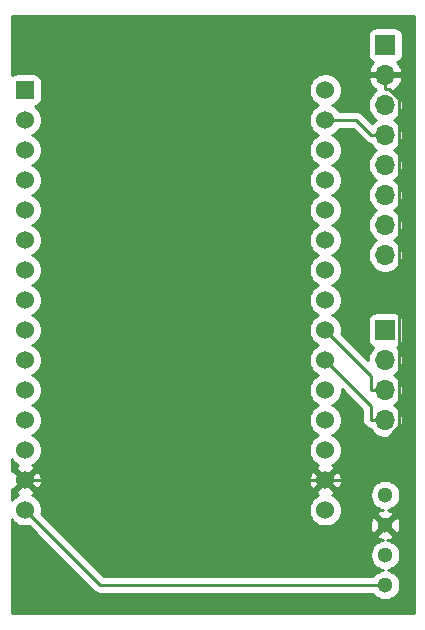
<source format=gbr>
%TF.GenerationSoftware,KiCad,Pcbnew,(5.1.10)-1*%
%TF.CreationDate,2021-10-27T11:28:51+02:00*%
%TF.ProjectId,airQualityV2,61697251-7561-46c6-9974-7956322e6b69,rev?*%
%TF.SameCoordinates,Original*%
%TF.FileFunction,Copper,L2,Bot*%
%TF.FilePolarity,Positive*%
%FSLAX46Y46*%
G04 Gerber Fmt 4.6, Leading zero omitted, Abs format (unit mm)*
G04 Created by KiCad (PCBNEW (5.1.10)-1) date 2021-10-27 11:28:51*
%MOMM*%
%LPD*%
G01*
G04 APERTURE LIST*
%TA.AperFunction,ComponentPad*%
%ADD10C,1.524000*%
%TD*%
%TA.AperFunction,ComponentPad*%
%ADD11R,1.524000X1.524000*%
%TD*%
%TA.AperFunction,ComponentPad*%
%ADD12C,1.300000*%
%TD*%
%TA.AperFunction,ComponentPad*%
%ADD13O,1.700000X1.700000*%
%TD*%
%TA.AperFunction,ComponentPad*%
%ADD14R,1.700000X1.700000*%
%TD*%
%TA.AperFunction,Conductor*%
%ADD15C,0.250000*%
%TD*%
%TA.AperFunction,Conductor*%
%ADD16C,0.254000*%
%TD*%
%TA.AperFunction,Conductor*%
%ADD17C,0.100000*%
%TD*%
G04 APERTURE END LIST*
D10*
%TO.P,U1,30*%
%TO.N,Net-(U1-Pad30)*%
X167640000Y-80010000D03*
%TO.P,U1,29*%
%TO.N,scl*%
X167640000Y-82550000D03*
%TO.P,U1,28*%
%TO.N,Net-(U1-Pad28)*%
X167640000Y-85090000D03*
%TO.P,U1,27*%
%TO.N,Net-(U1-Pad27)*%
X167640000Y-87630000D03*
%TO.P,U1,26*%
%TO.N,sda*%
X167640000Y-90170000D03*
%TO.P,U1,25*%
%TO.N,Net-(U1-Pad25)*%
X167640000Y-92710000D03*
%TO.P,U1,24*%
%TO.N,Net-(U1-Pad24)*%
X167640000Y-95250000D03*
%TO.P,U1,23*%
%TO.N,Net-(U1-Pad23)*%
X167640000Y-97790000D03*
%TO.P,U1,22*%
%TO.N,Net-(J1-Pad3)*%
X167640000Y-100330000D03*
%TO.P,U1,21*%
%TO.N,Net-(J1-Pad4)*%
X167640000Y-102870000D03*
%TO.P,U1,20*%
%TO.N,Net-(U1-Pad20)*%
X167640000Y-105410000D03*
%TO.P,U1,19*%
%TO.N,Net-(U1-Pad19)*%
X167640000Y-107950000D03*
%TO.P,U1,18*%
%TO.N,Net-(U1-Pad18)*%
X167640000Y-110490000D03*
%TO.P,U1,17*%
%TO.N,GND*%
X167640000Y-113030000D03*
%TO.P,U1,16*%
%TO.N,+3V3*%
X167640000Y-115570000D03*
%TO.P,U1,15*%
%TO.N,+5V*%
X142240000Y-115570000D03*
%TO.P,U1,14*%
%TO.N,GND*%
X142240000Y-113030000D03*
%TO.P,U1,13*%
%TO.N,Net-(U1-Pad13)*%
X142240000Y-110490000D03*
%TO.P,U1,12*%
%TO.N,Net-(U1-Pad12)*%
X142240000Y-107950000D03*
%TO.P,U1,11*%
%TO.N,Net-(U1-Pad11)*%
X142240000Y-105410000D03*
%TO.P,U1,10*%
%TO.N,Net-(U1-Pad10)*%
X142240000Y-102870000D03*
%TO.P,U1,9*%
%TO.N,Net-(U1-Pad9)*%
X142240000Y-100330000D03*
%TO.P,U1,8*%
%TO.N,Net-(U1-Pad8)*%
X142240000Y-97790000D03*
%TO.P,U1,7*%
%TO.N,Net-(U1-Pad7)*%
X142240000Y-95250000D03*
%TO.P,U1,6*%
%TO.N,Net-(U1-Pad6)*%
X142240000Y-92710000D03*
%TO.P,U1,5*%
%TO.N,Net-(U1-Pad5)*%
X142240000Y-90170000D03*
%TO.P,U1,4*%
%TO.N,Net-(U1-Pad4)*%
X142240000Y-87630000D03*
%TO.P,U1,3*%
%TO.N,Net-(U1-Pad3)*%
X142240000Y-85090000D03*
%TO.P,U1,2*%
%TO.N,Net-(U1-Pad2)*%
X142240000Y-82550000D03*
D11*
%TO.P,U1,1*%
%TO.N,Net-(U1-Pad1)*%
X142240000Y-80010000D03*
%TD*%
D12*
%TO.P,RH1,4*%
%TO.N,scl*%
X172720000Y-114300000D03*
%TO.P,RH1,3*%
%TO.N,GND*%
X172720000Y-116840000D03*
%TO.P,RH1,2*%
%TO.N,sda*%
X172720000Y-119380000D03*
%TO.P,RH1,1*%
%TO.N,+5V*%
X172720000Y-121920000D03*
%TD*%
D13*
%TO.P,J2,8*%
%TO.N,Net-(J2-Pad8)*%
X172720000Y-93980000D03*
%TO.P,J2,7*%
%TO.N,Net-(J2-Pad7)*%
X172720000Y-91440000D03*
%TO.P,J2,6*%
%TO.N,Net-(J2-Pad6)*%
X172720000Y-88900000D03*
%TO.P,J2,5*%
%TO.N,Net-(J2-Pad5)*%
X172720000Y-86360000D03*
%TO.P,J2,4*%
%TO.N,scl*%
X172720000Y-83820000D03*
%TO.P,J2,3*%
%TO.N,sda*%
X172720000Y-81280000D03*
%TO.P,J2,2*%
%TO.N,GND*%
X172720000Y-78740000D03*
D14*
%TO.P,J2,1*%
%TO.N,+3V3*%
X172720000Y-76200000D03*
%TD*%
D13*
%TO.P,J1,4*%
%TO.N,Net-(J1-Pad4)*%
X172720000Y-107950000D03*
%TO.P,J1,3*%
%TO.N,Net-(J1-Pad3)*%
X172720000Y-105410000D03*
%TO.P,J1,2*%
%TO.N,Net-(J1-Pad2)*%
X172720000Y-102870000D03*
D14*
%TO.P,J1,1*%
%TO.N,Net-(J1-Pad1)*%
X172720000Y-100330000D03*
%TD*%
D15*
%TO.N,Net-(J1-Pad4)*%
X172720000Y-107950000D02*
X171544700Y-107950000D01*
X171544700Y-107950000D02*
X171544700Y-106774700D01*
X171544700Y-106774700D02*
X167640000Y-102870000D01*
%TO.N,Net-(J1-Pad3)*%
X172720000Y-105410000D02*
X171544700Y-105410000D01*
X171544700Y-105410000D02*
X171544700Y-104234700D01*
X171544700Y-104234700D02*
X167640000Y-100330000D01*
%TO.N,scl*%
X172720000Y-83820000D02*
X171544700Y-83820000D01*
X171544700Y-83820000D02*
X170274700Y-82550000D01*
X170274700Y-82550000D02*
X167640000Y-82550000D01*
%TO.N,GND*%
X169380400Y-113030000D02*
X167640000Y-113030000D01*
X172720000Y-79915300D02*
X173087300Y-79915300D01*
X173087300Y-79915300D02*
X173919700Y-80747700D01*
X173919700Y-80747700D02*
X173919700Y-108490700D01*
X173919700Y-108490700D02*
X169380400Y-113030000D01*
X172720000Y-116840000D02*
X169380400Y-113500400D01*
X169380400Y-113500400D02*
X169380400Y-113030000D01*
X172720000Y-78740000D02*
X172720000Y-79915300D01*
X142240000Y-113030000D02*
X167640000Y-113030000D01*
%TO.N,+5V*%
X172720000Y-121920000D02*
X148590000Y-121920000D01*
X148590000Y-121920000D02*
X142240000Y-115570000D01*
%TD*%
D16*
%TO.N,GND*%
X175133000Y-124333000D02*
X141097000Y-124333000D01*
X141097000Y-116373912D01*
X141154880Y-116460535D01*
X141349465Y-116655120D01*
X141578273Y-116808005D01*
X141832510Y-116913314D01*
X142102408Y-116967000D01*
X142377592Y-116967000D01*
X142531571Y-116936372D01*
X148026201Y-122431003D01*
X148049999Y-122460001D01*
X148078997Y-122483799D01*
X148165723Y-122554974D01*
X148297753Y-122625546D01*
X148441014Y-122669003D01*
X148552667Y-122680000D01*
X148552676Y-122680000D01*
X148589999Y-122683676D01*
X148627322Y-122680000D01*
X171682359Y-122680000D01*
X171721875Y-122739140D01*
X171900860Y-122918125D01*
X172111324Y-123058753D01*
X172345179Y-123155619D01*
X172593439Y-123205000D01*
X172846561Y-123205000D01*
X173094821Y-123155619D01*
X173328676Y-123058753D01*
X173539140Y-122918125D01*
X173718125Y-122739140D01*
X173858753Y-122528676D01*
X173955619Y-122294821D01*
X174005000Y-122046561D01*
X174005000Y-121793439D01*
X173955619Y-121545179D01*
X173858753Y-121311324D01*
X173718125Y-121100860D01*
X173539140Y-120921875D01*
X173328676Y-120781247D01*
X173094821Y-120684381D01*
X172921973Y-120650000D01*
X173094821Y-120615619D01*
X173328676Y-120518753D01*
X173539140Y-120378125D01*
X173718125Y-120199140D01*
X173858753Y-119988676D01*
X173955619Y-119754821D01*
X174005000Y-119506561D01*
X174005000Y-119253439D01*
X173955619Y-119005179D01*
X173858753Y-118771324D01*
X173718125Y-118560860D01*
X173539140Y-118381875D01*
X173328676Y-118241247D01*
X173094821Y-118144381D01*
X172919256Y-118109460D01*
X173046449Y-118089270D01*
X173283896Y-118001578D01*
X173372534Y-117954201D01*
X173425922Y-117725527D01*
X172720000Y-117019605D01*
X172014078Y-117725527D01*
X172067466Y-117954201D01*
X172297374Y-118060095D01*
X172511211Y-118111356D01*
X172345179Y-118144381D01*
X172111324Y-118241247D01*
X171900860Y-118381875D01*
X171721875Y-118560860D01*
X171581247Y-118771324D01*
X171484381Y-119005179D01*
X171435000Y-119253439D01*
X171435000Y-119506561D01*
X171484381Y-119754821D01*
X171581247Y-119988676D01*
X171721875Y-120199140D01*
X171900860Y-120378125D01*
X172111324Y-120518753D01*
X172345179Y-120615619D01*
X172518027Y-120650000D01*
X172345179Y-120684381D01*
X172111324Y-120781247D01*
X171900860Y-120921875D01*
X171721875Y-121100860D01*
X171682359Y-121160000D01*
X148904802Y-121160000D01*
X143606372Y-115861571D01*
X143637000Y-115707592D01*
X143637000Y-115432408D01*
X166243000Y-115432408D01*
X166243000Y-115707592D01*
X166296686Y-115977490D01*
X166401995Y-116231727D01*
X166554880Y-116460535D01*
X166749465Y-116655120D01*
X166978273Y-116808005D01*
X167232510Y-116913314D01*
X167502408Y-116967000D01*
X167777592Y-116967000D01*
X168031699Y-116916455D01*
X171431048Y-116916455D01*
X171470730Y-117166449D01*
X171558422Y-117403896D01*
X171605799Y-117492534D01*
X171834473Y-117545922D01*
X172540395Y-116840000D01*
X172899605Y-116840000D01*
X173605527Y-117545922D01*
X173834201Y-117492534D01*
X173940095Y-117262626D01*
X173999102Y-117016476D01*
X174008952Y-116763545D01*
X173969270Y-116513551D01*
X173881578Y-116276104D01*
X173834201Y-116187466D01*
X173605527Y-116134078D01*
X172899605Y-116840000D01*
X172540395Y-116840000D01*
X171834473Y-116134078D01*
X171605799Y-116187466D01*
X171499905Y-116417374D01*
X171440898Y-116663524D01*
X171431048Y-116916455D01*
X168031699Y-116916455D01*
X168047490Y-116913314D01*
X168301727Y-116808005D01*
X168530535Y-116655120D01*
X168725120Y-116460535D01*
X168878005Y-116231727D01*
X168983314Y-115977490D01*
X169037000Y-115707592D01*
X169037000Y-115432408D01*
X168983314Y-115162510D01*
X168878005Y-114908273D01*
X168725120Y-114679465D01*
X168530535Y-114484880D01*
X168301727Y-114331995D01*
X168230057Y-114302308D01*
X168243023Y-114297636D01*
X168358980Y-114235656D01*
X168376337Y-114173439D01*
X171435000Y-114173439D01*
X171435000Y-114426561D01*
X171484381Y-114674821D01*
X171581247Y-114908676D01*
X171721875Y-115119140D01*
X171900860Y-115298125D01*
X172111324Y-115438753D01*
X172345179Y-115535619D01*
X172520744Y-115570540D01*
X172393551Y-115590730D01*
X172156104Y-115678422D01*
X172067466Y-115725799D01*
X172014078Y-115954473D01*
X172720000Y-116660395D01*
X173425922Y-115954473D01*
X173372534Y-115725799D01*
X173142626Y-115619905D01*
X172928789Y-115568644D01*
X173094821Y-115535619D01*
X173328676Y-115438753D01*
X173539140Y-115298125D01*
X173718125Y-115119140D01*
X173858753Y-114908676D01*
X173955619Y-114674821D01*
X174005000Y-114426561D01*
X174005000Y-114173439D01*
X173955619Y-113925179D01*
X173858753Y-113691324D01*
X173718125Y-113480860D01*
X173539140Y-113301875D01*
X173328676Y-113161247D01*
X173094821Y-113064381D01*
X172846561Y-113015000D01*
X172593439Y-113015000D01*
X172345179Y-113064381D01*
X172111324Y-113161247D01*
X171900860Y-113301875D01*
X171721875Y-113480860D01*
X171581247Y-113691324D01*
X171484381Y-113925179D01*
X171435000Y-114173439D01*
X168376337Y-114173439D01*
X168425960Y-113995565D01*
X167640000Y-113209605D01*
X166854040Y-113995565D01*
X166921020Y-114235656D01*
X167056760Y-114299485D01*
X166978273Y-114331995D01*
X166749465Y-114484880D01*
X166554880Y-114679465D01*
X166401995Y-114908273D01*
X166296686Y-115162510D01*
X166243000Y-115432408D01*
X143637000Y-115432408D01*
X143583314Y-115162510D01*
X143478005Y-114908273D01*
X143325120Y-114679465D01*
X143130535Y-114484880D01*
X142901727Y-114331995D01*
X142830057Y-114302308D01*
X142843023Y-114297636D01*
X142958980Y-114235656D01*
X143025960Y-113995565D01*
X142240000Y-113209605D01*
X141454040Y-113995565D01*
X141521020Y-114235656D01*
X141656760Y-114299485D01*
X141578273Y-114331995D01*
X141349465Y-114484880D01*
X141154880Y-114679465D01*
X141097000Y-114766088D01*
X141097000Y-113766460D01*
X141274435Y-113815960D01*
X142060395Y-113030000D01*
X142419605Y-113030000D01*
X143205565Y-113815960D01*
X143445656Y-113748980D01*
X143562756Y-113499952D01*
X143629023Y-113232865D01*
X143635157Y-113102017D01*
X166238090Y-113102017D01*
X166279078Y-113374133D01*
X166372364Y-113633023D01*
X166434344Y-113748980D01*
X166674435Y-113815960D01*
X167460395Y-113030000D01*
X167819605Y-113030000D01*
X168605565Y-113815960D01*
X168845656Y-113748980D01*
X168962756Y-113499952D01*
X169029023Y-113232865D01*
X169041910Y-112957983D01*
X169000922Y-112685867D01*
X168907636Y-112426977D01*
X168845656Y-112311020D01*
X168605565Y-112244040D01*
X167819605Y-113030000D01*
X167460395Y-113030000D01*
X166674435Y-112244040D01*
X166434344Y-112311020D01*
X166317244Y-112560048D01*
X166250977Y-112827135D01*
X166238090Y-113102017D01*
X143635157Y-113102017D01*
X143641910Y-112957983D01*
X143600922Y-112685867D01*
X143507636Y-112426977D01*
X143445656Y-112311020D01*
X143205565Y-112244040D01*
X142419605Y-113030000D01*
X142060395Y-113030000D01*
X141274435Y-112244040D01*
X141097000Y-112293540D01*
X141097000Y-111293912D01*
X141154880Y-111380535D01*
X141349465Y-111575120D01*
X141578273Y-111728005D01*
X141649943Y-111757692D01*
X141636977Y-111762364D01*
X141521020Y-111824344D01*
X141454040Y-112064435D01*
X142240000Y-112850395D01*
X143025960Y-112064435D01*
X142958980Y-111824344D01*
X142823240Y-111760515D01*
X142901727Y-111728005D01*
X143130535Y-111575120D01*
X143325120Y-111380535D01*
X143478005Y-111151727D01*
X143583314Y-110897490D01*
X143637000Y-110627592D01*
X143637000Y-110352408D01*
X143583314Y-110082510D01*
X143478005Y-109828273D01*
X143325120Y-109599465D01*
X143130535Y-109404880D01*
X142901727Y-109251995D01*
X142824485Y-109220000D01*
X142901727Y-109188005D01*
X143130535Y-109035120D01*
X143325120Y-108840535D01*
X143478005Y-108611727D01*
X143583314Y-108357490D01*
X143637000Y-108087592D01*
X143637000Y-107812408D01*
X143583314Y-107542510D01*
X143478005Y-107288273D01*
X143325120Y-107059465D01*
X143130535Y-106864880D01*
X142901727Y-106711995D01*
X142824485Y-106680000D01*
X142901727Y-106648005D01*
X143130535Y-106495120D01*
X143325120Y-106300535D01*
X143478005Y-106071727D01*
X143583314Y-105817490D01*
X143637000Y-105547592D01*
X143637000Y-105272408D01*
X143583314Y-105002510D01*
X143478005Y-104748273D01*
X143325120Y-104519465D01*
X143130535Y-104324880D01*
X142901727Y-104171995D01*
X142824485Y-104140000D01*
X142901727Y-104108005D01*
X143130535Y-103955120D01*
X143325120Y-103760535D01*
X143478005Y-103531727D01*
X143583314Y-103277490D01*
X143637000Y-103007592D01*
X143637000Y-102732408D01*
X143583314Y-102462510D01*
X143478005Y-102208273D01*
X143325120Y-101979465D01*
X143130535Y-101784880D01*
X142901727Y-101631995D01*
X142824485Y-101600000D01*
X142901727Y-101568005D01*
X143130535Y-101415120D01*
X143325120Y-101220535D01*
X143478005Y-100991727D01*
X143583314Y-100737490D01*
X143637000Y-100467592D01*
X143637000Y-100192408D01*
X143583314Y-99922510D01*
X143478005Y-99668273D01*
X143325120Y-99439465D01*
X143130535Y-99244880D01*
X142901727Y-99091995D01*
X142824485Y-99060000D01*
X142901727Y-99028005D01*
X143130535Y-98875120D01*
X143325120Y-98680535D01*
X143478005Y-98451727D01*
X143583314Y-98197490D01*
X143637000Y-97927592D01*
X143637000Y-97652408D01*
X143583314Y-97382510D01*
X143478005Y-97128273D01*
X143325120Y-96899465D01*
X143130535Y-96704880D01*
X142901727Y-96551995D01*
X142824485Y-96520000D01*
X142901727Y-96488005D01*
X143130535Y-96335120D01*
X143325120Y-96140535D01*
X143478005Y-95911727D01*
X143583314Y-95657490D01*
X143637000Y-95387592D01*
X143637000Y-95112408D01*
X143583314Y-94842510D01*
X143478005Y-94588273D01*
X143325120Y-94359465D01*
X143130535Y-94164880D01*
X142901727Y-94011995D01*
X142824485Y-93980000D01*
X142901727Y-93948005D01*
X143130535Y-93795120D01*
X143325120Y-93600535D01*
X143478005Y-93371727D01*
X143583314Y-93117490D01*
X143637000Y-92847592D01*
X143637000Y-92572408D01*
X143583314Y-92302510D01*
X143478005Y-92048273D01*
X143325120Y-91819465D01*
X143130535Y-91624880D01*
X142901727Y-91471995D01*
X142824485Y-91440000D01*
X142901727Y-91408005D01*
X143130535Y-91255120D01*
X143325120Y-91060535D01*
X143478005Y-90831727D01*
X143583314Y-90577490D01*
X143637000Y-90307592D01*
X143637000Y-90032408D01*
X143583314Y-89762510D01*
X143478005Y-89508273D01*
X143325120Y-89279465D01*
X143130535Y-89084880D01*
X142901727Y-88931995D01*
X142824485Y-88900000D01*
X142901727Y-88868005D01*
X143130535Y-88715120D01*
X143325120Y-88520535D01*
X143478005Y-88291727D01*
X143583314Y-88037490D01*
X143637000Y-87767592D01*
X143637000Y-87492408D01*
X143583314Y-87222510D01*
X143478005Y-86968273D01*
X143325120Y-86739465D01*
X143130535Y-86544880D01*
X142901727Y-86391995D01*
X142824485Y-86360000D01*
X142901727Y-86328005D01*
X143130535Y-86175120D01*
X143325120Y-85980535D01*
X143478005Y-85751727D01*
X143583314Y-85497490D01*
X143637000Y-85227592D01*
X143637000Y-84952408D01*
X143583314Y-84682510D01*
X143478005Y-84428273D01*
X143325120Y-84199465D01*
X143130535Y-84004880D01*
X142901727Y-83851995D01*
X142824485Y-83820000D01*
X142901727Y-83788005D01*
X143130535Y-83635120D01*
X143325120Y-83440535D01*
X143478005Y-83211727D01*
X143583314Y-82957490D01*
X143637000Y-82687592D01*
X143637000Y-82412408D01*
X143583314Y-82142510D01*
X143478005Y-81888273D01*
X143325120Y-81659465D01*
X143130535Y-81464880D01*
X143042535Y-81406080D01*
X143126482Y-81397812D01*
X143246180Y-81361502D01*
X143356494Y-81302537D01*
X143453185Y-81223185D01*
X143532537Y-81126494D01*
X143591502Y-81016180D01*
X143627812Y-80896482D01*
X143640072Y-80772000D01*
X143640072Y-79872408D01*
X166243000Y-79872408D01*
X166243000Y-80147592D01*
X166296686Y-80417490D01*
X166401995Y-80671727D01*
X166554880Y-80900535D01*
X166749465Y-81095120D01*
X166978273Y-81248005D01*
X167055515Y-81280000D01*
X166978273Y-81311995D01*
X166749465Y-81464880D01*
X166554880Y-81659465D01*
X166401995Y-81888273D01*
X166296686Y-82142510D01*
X166243000Y-82412408D01*
X166243000Y-82687592D01*
X166296686Y-82957490D01*
X166401995Y-83211727D01*
X166554880Y-83440535D01*
X166749465Y-83635120D01*
X166978273Y-83788005D01*
X167055515Y-83820000D01*
X166978273Y-83851995D01*
X166749465Y-84004880D01*
X166554880Y-84199465D01*
X166401995Y-84428273D01*
X166296686Y-84682510D01*
X166243000Y-84952408D01*
X166243000Y-85227592D01*
X166296686Y-85497490D01*
X166401995Y-85751727D01*
X166554880Y-85980535D01*
X166749465Y-86175120D01*
X166978273Y-86328005D01*
X167055515Y-86360000D01*
X166978273Y-86391995D01*
X166749465Y-86544880D01*
X166554880Y-86739465D01*
X166401995Y-86968273D01*
X166296686Y-87222510D01*
X166243000Y-87492408D01*
X166243000Y-87767592D01*
X166296686Y-88037490D01*
X166401995Y-88291727D01*
X166554880Y-88520535D01*
X166749465Y-88715120D01*
X166978273Y-88868005D01*
X167055515Y-88900000D01*
X166978273Y-88931995D01*
X166749465Y-89084880D01*
X166554880Y-89279465D01*
X166401995Y-89508273D01*
X166296686Y-89762510D01*
X166243000Y-90032408D01*
X166243000Y-90307592D01*
X166296686Y-90577490D01*
X166401995Y-90831727D01*
X166554880Y-91060535D01*
X166749465Y-91255120D01*
X166978273Y-91408005D01*
X167055515Y-91440000D01*
X166978273Y-91471995D01*
X166749465Y-91624880D01*
X166554880Y-91819465D01*
X166401995Y-92048273D01*
X166296686Y-92302510D01*
X166243000Y-92572408D01*
X166243000Y-92847592D01*
X166296686Y-93117490D01*
X166401995Y-93371727D01*
X166554880Y-93600535D01*
X166749465Y-93795120D01*
X166978273Y-93948005D01*
X167055515Y-93980000D01*
X166978273Y-94011995D01*
X166749465Y-94164880D01*
X166554880Y-94359465D01*
X166401995Y-94588273D01*
X166296686Y-94842510D01*
X166243000Y-95112408D01*
X166243000Y-95387592D01*
X166296686Y-95657490D01*
X166401995Y-95911727D01*
X166554880Y-96140535D01*
X166749465Y-96335120D01*
X166978273Y-96488005D01*
X167055515Y-96520000D01*
X166978273Y-96551995D01*
X166749465Y-96704880D01*
X166554880Y-96899465D01*
X166401995Y-97128273D01*
X166296686Y-97382510D01*
X166243000Y-97652408D01*
X166243000Y-97927592D01*
X166296686Y-98197490D01*
X166401995Y-98451727D01*
X166554880Y-98680535D01*
X166749465Y-98875120D01*
X166978273Y-99028005D01*
X167055515Y-99060000D01*
X166978273Y-99091995D01*
X166749465Y-99244880D01*
X166554880Y-99439465D01*
X166401995Y-99668273D01*
X166296686Y-99922510D01*
X166243000Y-100192408D01*
X166243000Y-100467592D01*
X166296686Y-100737490D01*
X166401995Y-100991727D01*
X166554880Y-101220535D01*
X166749465Y-101415120D01*
X166978273Y-101568005D01*
X167055515Y-101600000D01*
X166978273Y-101631995D01*
X166749465Y-101784880D01*
X166554880Y-101979465D01*
X166401995Y-102208273D01*
X166296686Y-102462510D01*
X166243000Y-102732408D01*
X166243000Y-103007592D01*
X166296686Y-103277490D01*
X166401995Y-103531727D01*
X166554880Y-103760535D01*
X166749465Y-103955120D01*
X166978273Y-104108005D01*
X167055515Y-104140000D01*
X166978273Y-104171995D01*
X166749465Y-104324880D01*
X166554880Y-104519465D01*
X166401995Y-104748273D01*
X166296686Y-105002510D01*
X166243000Y-105272408D01*
X166243000Y-105547592D01*
X166296686Y-105817490D01*
X166401995Y-106071727D01*
X166554880Y-106300535D01*
X166749465Y-106495120D01*
X166978273Y-106648005D01*
X167055515Y-106680000D01*
X166978273Y-106711995D01*
X166749465Y-106864880D01*
X166554880Y-107059465D01*
X166401995Y-107288273D01*
X166296686Y-107542510D01*
X166243000Y-107812408D01*
X166243000Y-108087592D01*
X166296686Y-108357490D01*
X166401995Y-108611727D01*
X166554880Y-108840535D01*
X166749465Y-109035120D01*
X166978273Y-109188005D01*
X167055515Y-109220000D01*
X166978273Y-109251995D01*
X166749465Y-109404880D01*
X166554880Y-109599465D01*
X166401995Y-109828273D01*
X166296686Y-110082510D01*
X166243000Y-110352408D01*
X166243000Y-110627592D01*
X166296686Y-110897490D01*
X166401995Y-111151727D01*
X166554880Y-111380535D01*
X166749465Y-111575120D01*
X166978273Y-111728005D01*
X167049943Y-111757692D01*
X167036977Y-111762364D01*
X166921020Y-111824344D01*
X166854040Y-112064435D01*
X167640000Y-112850395D01*
X168425960Y-112064435D01*
X168358980Y-111824344D01*
X168223240Y-111760515D01*
X168301727Y-111728005D01*
X168530535Y-111575120D01*
X168725120Y-111380535D01*
X168878005Y-111151727D01*
X168983314Y-110897490D01*
X169037000Y-110627592D01*
X169037000Y-110352408D01*
X168983314Y-110082510D01*
X168878005Y-109828273D01*
X168725120Y-109599465D01*
X168530535Y-109404880D01*
X168301727Y-109251995D01*
X168224485Y-109220000D01*
X168301727Y-109188005D01*
X168530535Y-109035120D01*
X168725120Y-108840535D01*
X168878005Y-108611727D01*
X168983314Y-108357490D01*
X169037000Y-108087592D01*
X169037000Y-107812408D01*
X168983314Y-107542510D01*
X168878005Y-107288273D01*
X168725120Y-107059465D01*
X168530535Y-106864880D01*
X168301727Y-106711995D01*
X168224485Y-106680000D01*
X168301727Y-106648005D01*
X168530535Y-106495120D01*
X168725120Y-106300535D01*
X168878005Y-106071727D01*
X168983314Y-105817490D01*
X169037000Y-105547592D01*
X169037000Y-105341801D01*
X170784701Y-107089503D01*
X170784700Y-107912667D01*
X170781023Y-107950000D01*
X170795697Y-108098986D01*
X170839154Y-108242247D01*
X170909726Y-108374276D01*
X171004699Y-108490001D01*
X171120424Y-108584974D01*
X171252453Y-108655546D01*
X171395714Y-108699003D01*
X171437204Y-108703089D01*
X171566525Y-108896632D01*
X171773368Y-109103475D01*
X172016589Y-109265990D01*
X172286842Y-109377932D01*
X172573740Y-109435000D01*
X172866260Y-109435000D01*
X173153158Y-109377932D01*
X173423411Y-109265990D01*
X173666632Y-109103475D01*
X173873475Y-108896632D01*
X174035990Y-108653411D01*
X174147932Y-108383158D01*
X174205000Y-108096260D01*
X174205000Y-107803740D01*
X174147932Y-107516842D01*
X174035990Y-107246589D01*
X173873475Y-107003368D01*
X173666632Y-106796525D01*
X173492240Y-106680000D01*
X173666632Y-106563475D01*
X173873475Y-106356632D01*
X174035990Y-106113411D01*
X174147932Y-105843158D01*
X174205000Y-105556260D01*
X174205000Y-105263740D01*
X174147932Y-104976842D01*
X174035990Y-104706589D01*
X173873475Y-104463368D01*
X173666632Y-104256525D01*
X173492240Y-104140000D01*
X173666632Y-104023475D01*
X173873475Y-103816632D01*
X174035990Y-103573411D01*
X174147932Y-103303158D01*
X174205000Y-103016260D01*
X174205000Y-102723740D01*
X174147932Y-102436842D01*
X174035990Y-102166589D01*
X173873475Y-101923368D01*
X173741620Y-101791513D01*
X173814180Y-101769502D01*
X173924494Y-101710537D01*
X174021185Y-101631185D01*
X174100537Y-101534494D01*
X174159502Y-101424180D01*
X174195812Y-101304482D01*
X174208072Y-101180000D01*
X174208072Y-99480000D01*
X174195812Y-99355518D01*
X174159502Y-99235820D01*
X174100537Y-99125506D01*
X174021185Y-99028815D01*
X173924494Y-98949463D01*
X173814180Y-98890498D01*
X173694482Y-98854188D01*
X173570000Y-98841928D01*
X171870000Y-98841928D01*
X171745518Y-98854188D01*
X171625820Y-98890498D01*
X171515506Y-98949463D01*
X171418815Y-99028815D01*
X171339463Y-99125506D01*
X171280498Y-99235820D01*
X171244188Y-99355518D01*
X171231928Y-99480000D01*
X171231928Y-101180000D01*
X171244188Y-101304482D01*
X171280498Y-101424180D01*
X171339463Y-101534494D01*
X171418815Y-101631185D01*
X171515506Y-101710537D01*
X171625820Y-101769502D01*
X171698380Y-101791513D01*
X171566525Y-101923368D01*
X171404010Y-102166589D01*
X171292068Y-102436842D01*
X171235000Y-102723740D01*
X171235000Y-102850198D01*
X169006372Y-100621571D01*
X169037000Y-100467592D01*
X169037000Y-100192408D01*
X168983314Y-99922510D01*
X168878005Y-99668273D01*
X168725120Y-99439465D01*
X168530535Y-99244880D01*
X168301727Y-99091995D01*
X168224485Y-99060000D01*
X168301727Y-99028005D01*
X168530535Y-98875120D01*
X168725120Y-98680535D01*
X168878005Y-98451727D01*
X168983314Y-98197490D01*
X169037000Y-97927592D01*
X169037000Y-97652408D01*
X168983314Y-97382510D01*
X168878005Y-97128273D01*
X168725120Y-96899465D01*
X168530535Y-96704880D01*
X168301727Y-96551995D01*
X168224485Y-96520000D01*
X168301727Y-96488005D01*
X168530535Y-96335120D01*
X168725120Y-96140535D01*
X168878005Y-95911727D01*
X168983314Y-95657490D01*
X169037000Y-95387592D01*
X169037000Y-95112408D01*
X168983314Y-94842510D01*
X168878005Y-94588273D01*
X168725120Y-94359465D01*
X168530535Y-94164880D01*
X168301727Y-94011995D01*
X168224485Y-93980000D01*
X168301727Y-93948005D01*
X168530535Y-93795120D01*
X168725120Y-93600535D01*
X168878005Y-93371727D01*
X168983314Y-93117490D01*
X169037000Y-92847592D01*
X169037000Y-92572408D01*
X168983314Y-92302510D01*
X168878005Y-92048273D01*
X168725120Y-91819465D01*
X168530535Y-91624880D01*
X168301727Y-91471995D01*
X168224485Y-91440000D01*
X168301727Y-91408005D01*
X168530535Y-91255120D01*
X168725120Y-91060535D01*
X168878005Y-90831727D01*
X168983314Y-90577490D01*
X169037000Y-90307592D01*
X169037000Y-90032408D01*
X168983314Y-89762510D01*
X168878005Y-89508273D01*
X168725120Y-89279465D01*
X168530535Y-89084880D01*
X168301727Y-88931995D01*
X168224485Y-88900000D01*
X168301727Y-88868005D01*
X168530535Y-88715120D01*
X168725120Y-88520535D01*
X168878005Y-88291727D01*
X168983314Y-88037490D01*
X169037000Y-87767592D01*
X169037000Y-87492408D01*
X168983314Y-87222510D01*
X168878005Y-86968273D01*
X168725120Y-86739465D01*
X168530535Y-86544880D01*
X168301727Y-86391995D01*
X168224485Y-86360000D01*
X168301727Y-86328005D01*
X168530535Y-86175120D01*
X168725120Y-85980535D01*
X168878005Y-85751727D01*
X168983314Y-85497490D01*
X169037000Y-85227592D01*
X169037000Y-84952408D01*
X168983314Y-84682510D01*
X168878005Y-84428273D01*
X168725120Y-84199465D01*
X168530535Y-84004880D01*
X168301727Y-83851995D01*
X168224485Y-83820000D01*
X168301727Y-83788005D01*
X168530535Y-83635120D01*
X168725120Y-83440535D01*
X168812341Y-83310000D01*
X169959899Y-83310000D01*
X170980901Y-84331003D01*
X171004699Y-84360001D01*
X171120424Y-84454974D01*
X171252453Y-84525546D01*
X171395714Y-84569003D01*
X171437204Y-84573089D01*
X171566525Y-84766632D01*
X171773368Y-84973475D01*
X171947760Y-85090000D01*
X171773368Y-85206525D01*
X171566525Y-85413368D01*
X171404010Y-85656589D01*
X171292068Y-85926842D01*
X171235000Y-86213740D01*
X171235000Y-86506260D01*
X171292068Y-86793158D01*
X171404010Y-87063411D01*
X171566525Y-87306632D01*
X171773368Y-87513475D01*
X171947760Y-87630000D01*
X171773368Y-87746525D01*
X171566525Y-87953368D01*
X171404010Y-88196589D01*
X171292068Y-88466842D01*
X171235000Y-88753740D01*
X171235000Y-89046260D01*
X171292068Y-89333158D01*
X171404010Y-89603411D01*
X171566525Y-89846632D01*
X171773368Y-90053475D01*
X171947760Y-90170000D01*
X171773368Y-90286525D01*
X171566525Y-90493368D01*
X171404010Y-90736589D01*
X171292068Y-91006842D01*
X171235000Y-91293740D01*
X171235000Y-91586260D01*
X171292068Y-91873158D01*
X171404010Y-92143411D01*
X171566525Y-92386632D01*
X171773368Y-92593475D01*
X171947760Y-92710000D01*
X171773368Y-92826525D01*
X171566525Y-93033368D01*
X171404010Y-93276589D01*
X171292068Y-93546842D01*
X171235000Y-93833740D01*
X171235000Y-94126260D01*
X171292068Y-94413158D01*
X171404010Y-94683411D01*
X171566525Y-94926632D01*
X171773368Y-95133475D01*
X172016589Y-95295990D01*
X172286842Y-95407932D01*
X172573740Y-95465000D01*
X172866260Y-95465000D01*
X173153158Y-95407932D01*
X173423411Y-95295990D01*
X173666632Y-95133475D01*
X173873475Y-94926632D01*
X174035990Y-94683411D01*
X174147932Y-94413158D01*
X174205000Y-94126260D01*
X174205000Y-93833740D01*
X174147932Y-93546842D01*
X174035990Y-93276589D01*
X173873475Y-93033368D01*
X173666632Y-92826525D01*
X173492240Y-92710000D01*
X173666632Y-92593475D01*
X173873475Y-92386632D01*
X174035990Y-92143411D01*
X174147932Y-91873158D01*
X174205000Y-91586260D01*
X174205000Y-91293740D01*
X174147932Y-91006842D01*
X174035990Y-90736589D01*
X173873475Y-90493368D01*
X173666632Y-90286525D01*
X173492240Y-90170000D01*
X173666632Y-90053475D01*
X173873475Y-89846632D01*
X174035990Y-89603411D01*
X174147932Y-89333158D01*
X174205000Y-89046260D01*
X174205000Y-88753740D01*
X174147932Y-88466842D01*
X174035990Y-88196589D01*
X173873475Y-87953368D01*
X173666632Y-87746525D01*
X173492240Y-87630000D01*
X173666632Y-87513475D01*
X173873475Y-87306632D01*
X174035990Y-87063411D01*
X174147932Y-86793158D01*
X174205000Y-86506260D01*
X174205000Y-86213740D01*
X174147932Y-85926842D01*
X174035990Y-85656589D01*
X173873475Y-85413368D01*
X173666632Y-85206525D01*
X173492240Y-85090000D01*
X173666632Y-84973475D01*
X173873475Y-84766632D01*
X174035990Y-84523411D01*
X174147932Y-84253158D01*
X174205000Y-83966260D01*
X174205000Y-83673740D01*
X174147932Y-83386842D01*
X174035990Y-83116589D01*
X173873475Y-82873368D01*
X173666632Y-82666525D01*
X173492240Y-82550000D01*
X173666632Y-82433475D01*
X173873475Y-82226632D01*
X174035990Y-81983411D01*
X174147932Y-81713158D01*
X174205000Y-81426260D01*
X174205000Y-81133740D01*
X174147932Y-80846842D01*
X174035990Y-80576589D01*
X173873475Y-80333368D01*
X173666632Y-80126525D01*
X173484466Y-80004805D01*
X173601355Y-79935178D01*
X173817588Y-79740269D01*
X173991641Y-79506920D01*
X174116825Y-79244099D01*
X174161476Y-79096890D01*
X174040155Y-78867000D01*
X172847000Y-78867000D01*
X172847000Y-78887000D01*
X172593000Y-78887000D01*
X172593000Y-78867000D01*
X171399845Y-78867000D01*
X171278524Y-79096890D01*
X171323175Y-79244099D01*
X171448359Y-79506920D01*
X171622412Y-79740269D01*
X171838645Y-79935178D01*
X171955534Y-80004805D01*
X171773368Y-80126525D01*
X171566525Y-80333368D01*
X171404010Y-80576589D01*
X171292068Y-80846842D01*
X171235000Y-81133740D01*
X171235000Y-81426260D01*
X171292068Y-81713158D01*
X171404010Y-81983411D01*
X171566525Y-82226632D01*
X171773368Y-82433475D01*
X171947760Y-82550000D01*
X171773368Y-82666525D01*
X171619697Y-82820196D01*
X170838504Y-82039003D01*
X170814701Y-82009999D01*
X170698976Y-81915026D01*
X170566947Y-81844454D01*
X170423686Y-81800997D01*
X170312033Y-81790000D01*
X170312022Y-81790000D01*
X170274700Y-81786324D01*
X170237378Y-81790000D01*
X168812341Y-81790000D01*
X168725120Y-81659465D01*
X168530535Y-81464880D01*
X168301727Y-81311995D01*
X168224485Y-81280000D01*
X168301727Y-81248005D01*
X168530535Y-81095120D01*
X168725120Y-80900535D01*
X168878005Y-80671727D01*
X168983314Y-80417490D01*
X169037000Y-80147592D01*
X169037000Y-79872408D01*
X168983314Y-79602510D01*
X168878005Y-79348273D01*
X168725120Y-79119465D01*
X168530535Y-78924880D01*
X168301727Y-78771995D01*
X168047490Y-78666686D01*
X167777592Y-78613000D01*
X167502408Y-78613000D01*
X167232510Y-78666686D01*
X166978273Y-78771995D01*
X166749465Y-78924880D01*
X166554880Y-79119465D01*
X166401995Y-79348273D01*
X166296686Y-79602510D01*
X166243000Y-79872408D01*
X143640072Y-79872408D01*
X143640072Y-79248000D01*
X143627812Y-79123518D01*
X143591502Y-79003820D01*
X143532537Y-78893506D01*
X143453185Y-78796815D01*
X143356494Y-78717463D01*
X143246180Y-78658498D01*
X143126482Y-78622188D01*
X143002000Y-78609928D01*
X141478000Y-78609928D01*
X141353518Y-78622188D01*
X141233820Y-78658498D01*
X141123506Y-78717463D01*
X141097000Y-78739216D01*
X141097000Y-75350000D01*
X171231928Y-75350000D01*
X171231928Y-77050000D01*
X171244188Y-77174482D01*
X171280498Y-77294180D01*
X171339463Y-77404494D01*
X171418815Y-77501185D01*
X171515506Y-77580537D01*
X171625820Y-77639502D01*
X171706466Y-77663966D01*
X171622412Y-77739731D01*
X171448359Y-77973080D01*
X171323175Y-78235901D01*
X171278524Y-78383110D01*
X171399845Y-78613000D01*
X172593000Y-78613000D01*
X172593000Y-78593000D01*
X172847000Y-78593000D01*
X172847000Y-78613000D01*
X174040155Y-78613000D01*
X174161476Y-78383110D01*
X174116825Y-78235901D01*
X173991641Y-77973080D01*
X173817588Y-77739731D01*
X173733534Y-77663966D01*
X173814180Y-77639502D01*
X173924494Y-77580537D01*
X174021185Y-77501185D01*
X174100537Y-77404494D01*
X174159502Y-77294180D01*
X174195812Y-77174482D01*
X174208072Y-77050000D01*
X174208072Y-75350000D01*
X174195812Y-75225518D01*
X174159502Y-75105820D01*
X174100537Y-74995506D01*
X174021185Y-74898815D01*
X173924494Y-74819463D01*
X173814180Y-74760498D01*
X173694482Y-74724188D01*
X173570000Y-74711928D01*
X171870000Y-74711928D01*
X171745518Y-74724188D01*
X171625820Y-74760498D01*
X171515506Y-74819463D01*
X171418815Y-74898815D01*
X171339463Y-74995506D01*
X171280498Y-75105820D01*
X171244188Y-75225518D01*
X171231928Y-75350000D01*
X141097000Y-75350000D01*
X141097000Y-73787000D01*
X175133000Y-73787000D01*
X175133000Y-124333000D01*
%TA.AperFunction,Conductor*%
D17*
G36*
X175133000Y-124333000D02*
G01*
X141097000Y-124333000D01*
X141097000Y-116373912D01*
X141154880Y-116460535D01*
X141349465Y-116655120D01*
X141578273Y-116808005D01*
X141832510Y-116913314D01*
X142102408Y-116967000D01*
X142377592Y-116967000D01*
X142531571Y-116936372D01*
X148026201Y-122431003D01*
X148049999Y-122460001D01*
X148078997Y-122483799D01*
X148165723Y-122554974D01*
X148297753Y-122625546D01*
X148441014Y-122669003D01*
X148552667Y-122680000D01*
X148552676Y-122680000D01*
X148589999Y-122683676D01*
X148627322Y-122680000D01*
X171682359Y-122680000D01*
X171721875Y-122739140D01*
X171900860Y-122918125D01*
X172111324Y-123058753D01*
X172345179Y-123155619D01*
X172593439Y-123205000D01*
X172846561Y-123205000D01*
X173094821Y-123155619D01*
X173328676Y-123058753D01*
X173539140Y-122918125D01*
X173718125Y-122739140D01*
X173858753Y-122528676D01*
X173955619Y-122294821D01*
X174005000Y-122046561D01*
X174005000Y-121793439D01*
X173955619Y-121545179D01*
X173858753Y-121311324D01*
X173718125Y-121100860D01*
X173539140Y-120921875D01*
X173328676Y-120781247D01*
X173094821Y-120684381D01*
X172921973Y-120650000D01*
X173094821Y-120615619D01*
X173328676Y-120518753D01*
X173539140Y-120378125D01*
X173718125Y-120199140D01*
X173858753Y-119988676D01*
X173955619Y-119754821D01*
X174005000Y-119506561D01*
X174005000Y-119253439D01*
X173955619Y-119005179D01*
X173858753Y-118771324D01*
X173718125Y-118560860D01*
X173539140Y-118381875D01*
X173328676Y-118241247D01*
X173094821Y-118144381D01*
X172919256Y-118109460D01*
X173046449Y-118089270D01*
X173283896Y-118001578D01*
X173372534Y-117954201D01*
X173425922Y-117725527D01*
X172720000Y-117019605D01*
X172014078Y-117725527D01*
X172067466Y-117954201D01*
X172297374Y-118060095D01*
X172511211Y-118111356D01*
X172345179Y-118144381D01*
X172111324Y-118241247D01*
X171900860Y-118381875D01*
X171721875Y-118560860D01*
X171581247Y-118771324D01*
X171484381Y-119005179D01*
X171435000Y-119253439D01*
X171435000Y-119506561D01*
X171484381Y-119754821D01*
X171581247Y-119988676D01*
X171721875Y-120199140D01*
X171900860Y-120378125D01*
X172111324Y-120518753D01*
X172345179Y-120615619D01*
X172518027Y-120650000D01*
X172345179Y-120684381D01*
X172111324Y-120781247D01*
X171900860Y-120921875D01*
X171721875Y-121100860D01*
X171682359Y-121160000D01*
X148904802Y-121160000D01*
X143606372Y-115861571D01*
X143637000Y-115707592D01*
X143637000Y-115432408D01*
X166243000Y-115432408D01*
X166243000Y-115707592D01*
X166296686Y-115977490D01*
X166401995Y-116231727D01*
X166554880Y-116460535D01*
X166749465Y-116655120D01*
X166978273Y-116808005D01*
X167232510Y-116913314D01*
X167502408Y-116967000D01*
X167777592Y-116967000D01*
X168031699Y-116916455D01*
X171431048Y-116916455D01*
X171470730Y-117166449D01*
X171558422Y-117403896D01*
X171605799Y-117492534D01*
X171834473Y-117545922D01*
X172540395Y-116840000D01*
X172899605Y-116840000D01*
X173605527Y-117545922D01*
X173834201Y-117492534D01*
X173940095Y-117262626D01*
X173999102Y-117016476D01*
X174008952Y-116763545D01*
X173969270Y-116513551D01*
X173881578Y-116276104D01*
X173834201Y-116187466D01*
X173605527Y-116134078D01*
X172899605Y-116840000D01*
X172540395Y-116840000D01*
X171834473Y-116134078D01*
X171605799Y-116187466D01*
X171499905Y-116417374D01*
X171440898Y-116663524D01*
X171431048Y-116916455D01*
X168031699Y-116916455D01*
X168047490Y-116913314D01*
X168301727Y-116808005D01*
X168530535Y-116655120D01*
X168725120Y-116460535D01*
X168878005Y-116231727D01*
X168983314Y-115977490D01*
X169037000Y-115707592D01*
X169037000Y-115432408D01*
X168983314Y-115162510D01*
X168878005Y-114908273D01*
X168725120Y-114679465D01*
X168530535Y-114484880D01*
X168301727Y-114331995D01*
X168230057Y-114302308D01*
X168243023Y-114297636D01*
X168358980Y-114235656D01*
X168376337Y-114173439D01*
X171435000Y-114173439D01*
X171435000Y-114426561D01*
X171484381Y-114674821D01*
X171581247Y-114908676D01*
X171721875Y-115119140D01*
X171900860Y-115298125D01*
X172111324Y-115438753D01*
X172345179Y-115535619D01*
X172520744Y-115570540D01*
X172393551Y-115590730D01*
X172156104Y-115678422D01*
X172067466Y-115725799D01*
X172014078Y-115954473D01*
X172720000Y-116660395D01*
X173425922Y-115954473D01*
X173372534Y-115725799D01*
X173142626Y-115619905D01*
X172928789Y-115568644D01*
X173094821Y-115535619D01*
X173328676Y-115438753D01*
X173539140Y-115298125D01*
X173718125Y-115119140D01*
X173858753Y-114908676D01*
X173955619Y-114674821D01*
X174005000Y-114426561D01*
X174005000Y-114173439D01*
X173955619Y-113925179D01*
X173858753Y-113691324D01*
X173718125Y-113480860D01*
X173539140Y-113301875D01*
X173328676Y-113161247D01*
X173094821Y-113064381D01*
X172846561Y-113015000D01*
X172593439Y-113015000D01*
X172345179Y-113064381D01*
X172111324Y-113161247D01*
X171900860Y-113301875D01*
X171721875Y-113480860D01*
X171581247Y-113691324D01*
X171484381Y-113925179D01*
X171435000Y-114173439D01*
X168376337Y-114173439D01*
X168425960Y-113995565D01*
X167640000Y-113209605D01*
X166854040Y-113995565D01*
X166921020Y-114235656D01*
X167056760Y-114299485D01*
X166978273Y-114331995D01*
X166749465Y-114484880D01*
X166554880Y-114679465D01*
X166401995Y-114908273D01*
X166296686Y-115162510D01*
X166243000Y-115432408D01*
X143637000Y-115432408D01*
X143583314Y-115162510D01*
X143478005Y-114908273D01*
X143325120Y-114679465D01*
X143130535Y-114484880D01*
X142901727Y-114331995D01*
X142830057Y-114302308D01*
X142843023Y-114297636D01*
X142958980Y-114235656D01*
X143025960Y-113995565D01*
X142240000Y-113209605D01*
X141454040Y-113995565D01*
X141521020Y-114235656D01*
X141656760Y-114299485D01*
X141578273Y-114331995D01*
X141349465Y-114484880D01*
X141154880Y-114679465D01*
X141097000Y-114766088D01*
X141097000Y-113766460D01*
X141274435Y-113815960D01*
X142060395Y-113030000D01*
X142419605Y-113030000D01*
X143205565Y-113815960D01*
X143445656Y-113748980D01*
X143562756Y-113499952D01*
X143629023Y-113232865D01*
X143635157Y-113102017D01*
X166238090Y-113102017D01*
X166279078Y-113374133D01*
X166372364Y-113633023D01*
X166434344Y-113748980D01*
X166674435Y-113815960D01*
X167460395Y-113030000D01*
X167819605Y-113030000D01*
X168605565Y-113815960D01*
X168845656Y-113748980D01*
X168962756Y-113499952D01*
X169029023Y-113232865D01*
X169041910Y-112957983D01*
X169000922Y-112685867D01*
X168907636Y-112426977D01*
X168845656Y-112311020D01*
X168605565Y-112244040D01*
X167819605Y-113030000D01*
X167460395Y-113030000D01*
X166674435Y-112244040D01*
X166434344Y-112311020D01*
X166317244Y-112560048D01*
X166250977Y-112827135D01*
X166238090Y-113102017D01*
X143635157Y-113102017D01*
X143641910Y-112957983D01*
X143600922Y-112685867D01*
X143507636Y-112426977D01*
X143445656Y-112311020D01*
X143205565Y-112244040D01*
X142419605Y-113030000D01*
X142060395Y-113030000D01*
X141274435Y-112244040D01*
X141097000Y-112293540D01*
X141097000Y-111293912D01*
X141154880Y-111380535D01*
X141349465Y-111575120D01*
X141578273Y-111728005D01*
X141649943Y-111757692D01*
X141636977Y-111762364D01*
X141521020Y-111824344D01*
X141454040Y-112064435D01*
X142240000Y-112850395D01*
X143025960Y-112064435D01*
X142958980Y-111824344D01*
X142823240Y-111760515D01*
X142901727Y-111728005D01*
X143130535Y-111575120D01*
X143325120Y-111380535D01*
X143478005Y-111151727D01*
X143583314Y-110897490D01*
X143637000Y-110627592D01*
X143637000Y-110352408D01*
X143583314Y-110082510D01*
X143478005Y-109828273D01*
X143325120Y-109599465D01*
X143130535Y-109404880D01*
X142901727Y-109251995D01*
X142824485Y-109220000D01*
X142901727Y-109188005D01*
X143130535Y-109035120D01*
X143325120Y-108840535D01*
X143478005Y-108611727D01*
X143583314Y-108357490D01*
X143637000Y-108087592D01*
X143637000Y-107812408D01*
X143583314Y-107542510D01*
X143478005Y-107288273D01*
X143325120Y-107059465D01*
X143130535Y-106864880D01*
X142901727Y-106711995D01*
X142824485Y-106680000D01*
X142901727Y-106648005D01*
X143130535Y-106495120D01*
X143325120Y-106300535D01*
X143478005Y-106071727D01*
X143583314Y-105817490D01*
X143637000Y-105547592D01*
X143637000Y-105272408D01*
X143583314Y-105002510D01*
X143478005Y-104748273D01*
X143325120Y-104519465D01*
X143130535Y-104324880D01*
X142901727Y-104171995D01*
X142824485Y-104140000D01*
X142901727Y-104108005D01*
X143130535Y-103955120D01*
X143325120Y-103760535D01*
X143478005Y-103531727D01*
X143583314Y-103277490D01*
X143637000Y-103007592D01*
X143637000Y-102732408D01*
X143583314Y-102462510D01*
X143478005Y-102208273D01*
X143325120Y-101979465D01*
X143130535Y-101784880D01*
X142901727Y-101631995D01*
X142824485Y-101600000D01*
X142901727Y-101568005D01*
X143130535Y-101415120D01*
X143325120Y-101220535D01*
X143478005Y-100991727D01*
X143583314Y-100737490D01*
X143637000Y-100467592D01*
X143637000Y-100192408D01*
X143583314Y-99922510D01*
X143478005Y-99668273D01*
X143325120Y-99439465D01*
X143130535Y-99244880D01*
X142901727Y-99091995D01*
X142824485Y-99060000D01*
X142901727Y-99028005D01*
X143130535Y-98875120D01*
X143325120Y-98680535D01*
X143478005Y-98451727D01*
X143583314Y-98197490D01*
X143637000Y-97927592D01*
X143637000Y-97652408D01*
X143583314Y-97382510D01*
X143478005Y-97128273D01*
X143325120Y-96899465D01*
X143130535Y-96704880D01*
X142901727Y-96551995D01*
X142824485Y-96520000D01*
X142901727Y-96488005D01*
X143130535Y-96335120D01*
X143325120Y-96140535D01*
X143478005Y-95911727D01*
X143583314Y-95657490D01*
X143637000Y-95387592D01*
X143637000Y-95112408D01*
X143583314Y-94842510D01*
X143478005Y-94588273D01*
X143325120Y-94359465D01*
X143130535Y-94164880D01*
X142901727Y-94011995D01*
X142824485Y-93980000D01*
X142901727Y-93948005D01*
X143130535Y-93795120D01*
X143325120Y-93600535D01*
X143478005Y-93371727D01*
X143583314Y-93117490D01*
X143637000Y-92847592D01*
X143637000Y-92572408D01*
X143583314Y-92302510D01*
X143478005Y-92048273D01*
X143325120Y-91819465D01*
X143130535Y-91624880D01*
X142901727Y-91471995D01*
X142824485Y-91440000D01*
X142901727Y-91408005D01*
X143130535Y-91255120D01*
X143325120Y-91060535D01*
X143478005Y-90831727D01*
X143583314Y-90577490D01*
X143637000Y-90307592D01*
X143637000Y-90032408D01*
X143583314Y-89762510D01*
X143478005Y-89508273D01*
X143325120Y-89279465D01*
X143130535Y-89084880D01*
X142901727Y-88931995D01*
X142824485Y-88900000D01*
X142901727Y-88868005D01*
X143130535Y-88715120D01*
X143325120Y-88520535D01*
X143478005Y-88291727D01*
X143583314Y-88037490D01*
X143637000Y-87767592D01*
X143637000Y-87492408D01*
X143583314Y-87222510D01*
X143478005Y-86968273D01*
X143325120Y-86739465D01*
X143130535Y-86544880D01*
X142901727Y-86391995D01*
X142824485Y-86360000D01*
X142901727Y-86328005D01*
X143130535Y-86175120D01*
X143325120Y-85980535D01*
X143478005Y-85751727D01*
X143583314Y-85497490D01*
X143637000Y-85227592D01*
X143637000Y-84952408D01*
X143583314Y-84682510D01*
X143478005Y-84428273D01*
X143325120Y-84199465D01*
X143130535Y-84004880D01*
X142901727Y-83851995D01*
X142824485Y-83820000D01*
X142901727Y-83788005D01*
X143130535Y-83635120D01*
X143325120Y-83440535D01*
X143478005Y-83211727D01*
X143583314Y-82957490D01*
X143637000Y-82687592D01*
X143637000Y-82412408D01*
X143583314Y-82142510D01*
X143478005Y-81888273D01*
X143325120Y-81659465D01*
X143130535Y-81464880D01*
X143042535Y-81406080D01*
X143126482Y-81397812D01*
X143246180Y-81361502D01*
X143356494Y-81302537D01*
X143453185Y-81223185D01*
X143532537Y-81126494D01*
X143591502Y-81016180D01*
X143627812Y-80896482D01*
X143640072Y-80772000D01*
X143640072Y-79872408D01*
X166243000Y-79872408D01*
X166243000Y-80147592D01*
X166296686Y-80417490D01*
X166401995Y-80671727D01*
X166554880Y-80900535D01*
X166749465Y-81095120D01*
X166978273Y-81248005D01*
X167055515Y-81280000D01*
X166978273Y-81311995D01*
X166749465Y-81464880D01*
X166554880Y-81659465D01*
X166401995Y-81888273D01*
X166296686Y-82142510D01*
X166243000Y-82412408D01*
X166243000Y-82687592D01*
X166296686Y-82957490D01*
X166401995Y-83211727D01*
X166554880Y-83440535D01*
X166749465Y-83635120D01*
X166978273Y-83788005D01*
X167055515Y-83820000D01*
X166978273Y-83851995D01*
X166749465Y-84004880D01*
X166554880Y-84199465D01*
X166401995Y-84428273D01*
X166296686Y-84682510D01*
X166243000Y-84952408D01*
X166243000Y-85227592D01*
X166296686Y-85497490D01*
X166401995Y-85751727D01*
X166554880Y-85980535D01*
X166749465Y-86175120D01*
X166978273Y-86328005D01*
X167055515Y-86360000D01*
X166978273Y-86391995D01*
X166749465Y-86544880D01*
X166554880Y-86739465D01*
X166401995Y-86968273D01*
X166296686Y-87222510D01*
X166243000Y-87492408D01*
X166243000Y-87767592D01*
X166296686Y-88037490D01*
X166401995Y-88291727D01*
X166554880Y-88520535D01*
X166749465Y-88715120D01*
X166978273Y-88868005D01*
X167055515Y-88900000D01*
X166978273Y-88931995D01*
X166749465Y-89084880D01*
X166554880Y-89279465D01*
X166401995Y-89508273D01*
X166296686Y-89762510D01*
X166243000Y-90032408D01*
X166243000Y-90307592D01*
X166296686Y-90577490D01*
X166401995Y-90831727D01*
X166554880Y-91060535D01*
X166749465Y-91255120D01*
X166978273Y-91408005D01*
X167055515Y-91440000D01*
X166978273Y-91471995D01*
X166749465Y-91624880D01*
X166554880Y-91819465D01*
X166401995Y-92048273D01*
X166296686Y-92302510D01*
X166243000Y-92572408D01*
X166243000Y-92847592D01*
X166296686Y-93117490D01*
X166401995Y-93371727D01*
X166554880Y-93600535D01*
X166749465Y-93795120D01*
X166978273Y-93948005D01*
X167055515Y-93980000D01*
X166978273Y-94011995D01*
X166749465Y-94164880D01*
X166554880Y-94359465D01*
X166401995Y-94588273D01*
X166296686Y-94842510D01*
X166243000Y-95112408D01*
X166243000Y-95387592D01*
X166296686Y-95657490D01*
X166401995Y-95911727D01*
X166554880Y-96140535D01*
X166749465Y-96335120D01*
X166978273Y-96488005D01*
X167055515Y-96520000D01*
X166978273Y-96551995D01*
X166749465Y-96704880D01*
X166554880Y-96899465D01*
X166401995Y-97128273D01*
X166296686Y-97382510D01*
X166243000Y-97652408D01*
X166243000Y-97927592D01*
X166296686Y-98197490D01*
X166401995Y-98451727D01*
X166554880Y-98680535D01*
X166749465Y-98875120D01*
X166978273Y-99028005D01*
X167055515Y-99060000D01*
X166978273Y-99091995D01*
X166749465Y-99244880D01*
X166554880Y-99439465D01*
X166401995Y-99668273D01*
X166296686Y-99922510D01*
X166243000Y-100192408D01*
X166243000Y-100467592D01*
X166296686Y-100737490D01*
X166401995Y-100991727D01*
X166554880Y-101220535D01*
X166749465Y-101415120D01*
X166978273Y-101568005D01*
X167055515Y-101600000D01*
X166978273Y-101631995D01*
X166749465Y-101784880D01*
X166554880Y-101979465D01*
X166401995Y-102208273D01*
X166296686Y-102462510D01*
X166243000Y-102732408D01*
X166243000Y-103007592D01*
X166296686Y-103277490D01*
X166401995Y-103531727D01*
X166554880Y-103760535D01*
X166749465Y-103955120D01*
X166978273Y-104108005D01*
X167055515Y-104140000D01*
X166978273Y-104171995D01*
X166749465Y-104324880D01*
X166554880Y-104519465D01*
X166401995Y-104748273D01*
X166296686Y-105002510D01*
X166243000Y-105272408D01*
X166243000Y-105547592D01*
X166296686Y-105817490D01*
X166401995Y-106071727D01*
X166554880Y-106300535D01*
X166749465Y-106495120D01*
X166978273Y-106648005D01*
X167055515Y-106680000D01*
X166978273Y-106711995D01*
X166749465Y-106864880D01*
X166554880Y-107059465D01*
X166401995Y-107288273D01*
X166296686Y-107542510D01*
X166243000Y-107812408D01*
X166243000Y-108087592D01*
X166296686Y-108357490D01*
X166401995Y-108611727D01*
X166554880Y-108840535D01*
X166749465Y-109035120D01*
X166978273Y-109188005D01*
X167055515Y-109220000D01*
X166978273Y-109251995D01*
X166749465Y-109404880D01*
X166554880Y-109599465D01*
X166401995Y-109828273D01*
X166296686Y-110082510D01*
X166243000Y-110352408D01*
X166243000Y-110627592D01*
X166296686Y-110897490D01*
X166401995Y-111151727D01*
X166554880Y-111380535D01*
X166749465Y-111575120D01*
X166978273Y-111728005D01*
X167049943Y-111757692D01*
X167036977Y-111762364D01*
X166921020Y-111824344D01*
X166854040Y-112064435D01*
X167640000Y-112850395D01*
X168425960Y-112064435D01*
X168358980Y-111824344D01*
X168223240Y-111760515D01*
X168301727Y-111728005D01*
X168530535Y-111575120D01*
X168725120Y-111380535D01*
X168878005Y-111151727D01*
X168983314Y-110897490D01*
X169037000Y-110627592D01*
X169037000Y-110352408D01*
X168983314Y-110082510D01*
X168878005Y-109828273D01*
X168725120Y-109599465D01*
X168530535Y-109404880D01*
X168301727Y-109251995D01*
X168224485Y-109220000D01*
X168301727Y-109188005D01*
X168530535Y-109035120D01*
X168725120Y-108840535D01*
X168878005Y-108611727D01*
X168983314Y-108357490D01*
X169037000Y-108087592D01*
X169037000Y-107812408D01*
X168983314Y-107542510D01*
X168878005Y-107288273D01*
X168725120Y-107059465D01*
X168530535Y-106864880D01*
X168301727Y-106711995D01*
X168224485Y-106680000D01*
X168301727Y-106648005D01*
X168530535Y-106495120D01*
X168725120Y-106300535D01*
X168878005Y-106071727D01*
X168983314Y-105817490D01*
X169037000Y-105547592D01*
X169037000Y-105341801D01*
X170784701Y-107089503D01*
X170784700Y-107912667D01*
X170781023Y-107950000D01*
X170795697Y-108098986D01*
X170839154Y-108242247D01*
X170909726Y-108374276D01*
X171004699Y-108490001D01*
X171120424Y-108584974D01*
X171252453Y-108655546D01*
X171395714Y-108699003D01*
X171437204Y-108703089D01*
X171566525Y-108896632D01*
X171773368Y-109103475D01*
X172016589Y-109265990D01*
X172286842Y-109377932D01*
X172573740Y-109435000D01*
X172866260Y-109435000D01*
X173153158Y-109377932D01*
X173423411Y-109265990D01*
X173666632Y-109103475D01*
X173873475Y-108896632D01*
X174035990Y-108653411D01*
X174147932Y-108383158D01*
X174205000Y-108096260D01*
X174205000Y-107803740D01*
X174147932Y-107516842D01*
X174035990Y-107246589D01*
X173873475Y-107003368D01*
X173666632Y-106796525D01*
X173492240Y-106680000D01*
X173666632Y-106563475D01*
X173873475Y-106356632D01*
X174035990Y-106113411D01*
X174147932Y-105843158D01*
X174205000Y-105556260D01*
X174205000Y-105263740D01*
X174147932Y-104976842D01*
X174035990Y-104706589D01*
X173873475Y-104463368D01*
X173666632Y-104256525D01*
X173492240Y-104140000D01*
X173666632Y-104023475D01*
X173873475Y-103816632D01*
X174035990Y-103573411D01*
X174147932Y-103303158D01*
X174205000Y-103016260D01*
X174205000Y-102723740D01*
X174147932Y-102436842D01*
X174035990Y-102166589D01*
X173873475Y-101923368D01*
X173741620Y-101791513D01*
X173814180Y-101769502D01*
X173924494Y-101710537D01*
X174021185Y-101631185D01*
X174100537Y-101534494D01*
X174159502Y-101424180D01*
X174195812Y-101304482D01*
X174208072Y-101180000D01*
X174208072Y-99480000D01*
X174195812Y-99355518D01*
X174159502Y-99235820D01*
X174100537Y-99125506D01*
X174021185Y-99028815D01*
X173924494Y-98949463D01*
X173814180Y-98890498D01*
X173694482Y-98854188D01*
X173570000Y-98841928D01*
X171870000Y-98841928D01*
X171745518Y-98854188D01*
X171625820Y-98890498D01*
X171515506Y-98949463D01*
X171418815Y-99028815D01*
X171339463Y-99125506D01*
X171280498Y-99235820D01*
X171244188Y-99355518D01*
X171231928Y-99480000D01*
X171231928Y-101180000D01*
X171244188Y-101304482D01*
X171280498Y-101424180D01*
X171339463Y-101534494D01*
X171418815Y-101631185D01*
X171515506Y-101710537D01*
X171625820Y-101769502D01*
X171698380Y-101791513D01*
X171566525Y-101923368D01*
X171404010Y-102166589D01*
X171292068Y-102436842D01*
X171235000Y-102723740D01*
X171235000Y-102850198D01*
X169006372Y-100621571D01*
X169037000Y-100467592D01*
X169037000Y-100192408D01*
X168983314Y-99922510D01*
X168878005Y-99668273D01*
X168725120Y-99439465D01*
X168530535Y-99244880D01*
X168301727Y-99091995D01*
X168224485Y-99060000D01*
X168301727Y-99028005D01*
X168530535Y-98875120D01*
X168725120Y-98680535D01*
X168878005Y-98451727D01*
X168983314Y-98197490D01*
X169037000Y-97927592D01*
X169037000Y-97652408D01*
X168983314Y-97382510D01*
X168878005Y-97128273D01*
X168725120Y-96899465D01*
X168530535Y-96704880D01*
X168301727Y-96551995D01*
X168224485Y-96520000D01*
X168301727Y-96488005D01*
X168530535Y-96335120D01*
X168725120Y-96140535D01*
X168878005Y-95911727D01*
X168983314Y-95657490D01*
X169037000Y-95387592D01*
X169037000Y-95112408D01*
X168983314Y-94842510D01*
X168878005Y-94588273D01*
X168725120Y-94359465D01*
X168530535Y-94164880D01*
X168301727Y-94011995D01*
X168224485Y-93980000D01*
X168301727Y-93948005D01*
X168530535Y-93795120D01*
X168725120Y-93600535D01*
X168878005Y-93371727D01*
X168983314Y-93117490D01*
X169037000Y-92847592D01*
X169037000Y-92572408D01*
X168983314Y-92302510D01*
X168878005Y-92048273D01*
X168725120Y-91819465D01*
X168530535Y-91624880D01*
X168301727Y-91471995D01*
X168224485Y-91440000D01*
X168301727Y-91408005D01*
X168530535Y-91255120D01*
X168725120Y-91060535D01*
X168878005Y-90831727D01*
X168983314Y-90577490D01*
X169037000Y-90307592D01*
X169037000Y-90032408D01*
X168983314Y-89762510D01*
X168878005Y-89508273D01*
X168725120Y-89279465D01*
X168530535Y-89084880D01*
X168301727Y-88931995D01*
X168224485Y-88900000D01*
X168301727Y-88868005D01*
X168530535Y-88715120D01*
X168725120Y-88520535D01*
X168878005Y-88291727D01*
X168983314Y-88037490D01*
X169037000Y-87767592D01*
X169037000Y-87492408D01*
X168983314Y-87222510D01*
X168878005Y-86968273D01*
X168725120Y-86739465D01*
X168530535Y-86544880D01*
X168301727Y-86391995D01*
X168224485Y-86360000D01*
X168301727Y-86328005D01*
X168530535Y-86175120D01*
X168725120Y-85980535D01*
X168878005Y-85751727D01*
X168983314Y-85497490D01*
X169037000Y-85227592D01*
X169037000Y-84952408D01*
X168983314Y-84682510D01*
X168878005Y-84428273D01*
X168725120Y-84199465D01*
X168530535Y-84004880D01*
X168301727Y-83851995D01*
X168224485Y-83820000D01*
X168301727Y-83788005D01*
X168530535Y-83635120D01*
X168725120Y-83440535D01*
X168812341Y-83310000D01*
X169959899Y-83310000D01*
X170980901Y-84331003D01*
X171004699Y-84360001D01*
X171120424Y-84454974D01*
X171252453Y-84525546D01*
X171395714Y-84569003D01*
X171437204Y-84573089D01*
X171566525Y-84766632D01*
X171773368Y-84973475D01*
X171947760Y-85090000D01*
X171773368Y-85206525D01*
X171566525Y-85413368D01*
X171404010Y-85656589D01*
X171292068Y-85926842D01*
X171235000Y-86213740D01*
X171235000Y-86506260D01*
X171292068Y-86793158D01*
X171404010Y-87063411D01*
X171566525Y-87306632D01*
X171773368Y-87513475D01*
X171947760Y-87630000D01*
X171773368Y-87746525D01*
X171566525Y-87953368D01*
X171404010Y-88196589D01*
X171292068Y-88466842D01*
X171235000Y-88753740D01*
X171235000Y-89046260D01*
X171292068Y-89333158D01*
X171404010Y-89603411D01*
X171566525Y-89846632D01*
X171773368Y-90053475D01*
X171947760Y-90170000D01*
X171773368Y-90286525D01*
X171566525Y-90493368D01*
X171404010Y-90736589D01*
X171292068Y-91006842D01*
X171235000Y-91293740D01*
X171235000Y-91586260D01*
X171292068Y-91873158D01*
X171404010Y-92143411D01*
X171566525Y-92386632D01*
X171773368Y-92593475D01*
X171947760Y-92710000D01*
X171773368Y-92826525D01*
X171566525Y-93033368D01*
X171404010Y-93276589D01*
X171292068Y-93546842D01*
X171235000Y-93833740D01*
X171235000Y-94126260D01*
X171292068Y-94413158D01*
X171404010Y-94683411D01*
X171566525Y-94926632D01*
X171773368Y-95133475D01*
X172016589Y-95295990D01*
X172286842Y-95407932D01*
X172573740Y-95465000D01*
X172866260Y-95465000D01*
X173153158Y-95407932D01*
X173423411Y-95295990D01*
X173666632Y-95133475D01*
X173873475Y-94926632D01*
X174035990Y-94683411D01*
X174147932Y-94413158D01*
X174205000Y-94126260D01*
X174205000Y-93833740D01*
X174147932Y-93546842D01*
X174035990Y-93276589D01*
X173873475Y-93033368D01*
X173666632Y-92826525D01*
X173492240Y-92710000D01*
X173666632Y-92593475D01*
X173873475Y-92386632D01*
X174035990Y-92143411D01*
X174147932Y-91873158D01*
X174205000Y-91586260D01*
X174205000Y-91293740D01*
X174147932Y-91006842D01*
X174035990Y-90736589D01*
X173873475Y-90493368D01*
X173666632Y-90286525D01*
X173492240Y-90170000D01*
X173666632Y-90053475D01*
X173873475Y-89846632D01*
X174035990Y-89603411D01*
X174147932Y-89333158D01*
X174205000Y-89046260D01*
X174205000Y-88753740D01*
X174147932Y-88466842D01*
X174035990Y-88196589D01*
X173873475Y-87953368D01*
X173666632Y-87746525D01*
X173492240Y-87630000D01*
X173666632Y-87513475D01*
X173873475Y-87306632D01*
X174035990Y-87063411D01*
X174147932Y-86793158D01*
X174205000Y-86506260D01*
X174205000Y-86213740D01*
X174147932Y-85926842D01*
X174035990Y-85656589D01*
X173873475Y-85413368D01*
X173666632Y-85206525D01*
X173492240Y-85090000D01*
X173666632Y-84973475D01*
X173873475Y-84766632D01*
X174035990Y-84523411D01*
X174147932Y-84253158D01*
X174205000Y-83966260D01*
X174205000Y-83673740D01*
X174147932Y-83386842D01*
X174035990Y-83116589D01*
X173873475Y-82873368D01*
X173666632Y-82666525D01*
X173492240Y-82550000D01*
X173666632Y-82433475D01*
X173873475Y-82226632D01*
X174035990Y-81983411D01*
X174147932Y-81713158D01*
X174205000Y-81426260D01*
X174205000Y-81133740D01*
X174147932Y-80846842D01*
X174035990Y-80576589D01*
X173873475Y-80333368D01*
X173666632Y-80126525D01*
X173484466Y-80004805D01*
X173601355Y-79935178D01*
X173817588Y-79740269D01*
X173991641Y-79506920D01*
X174116825Y-79244099D01*
X174161476Y-79096890D01*
X174040155Y-78867000D01*
X172847000Y-78867000D01*
X172847000Y-78887000D01*
X172593000Y-78887000D01*
X172593000Y-78867000D01*
X171399845Y-78867000D01*
X171278524Y-79096890D01*
X171323175Y-79244099D01*
X171448359Y-79506920D01*
X171622412Y-79740269D01*
X171838645Y-79935178D01*
X171955534Y-80004805D01*
X171773368Y-80126525D01*
X171566525Y-80333368D01*
X171404010Y-80576589D01*
X171292068Y-80846842D01*
X171235000Y-81133740D01*
X171235000Y-81426260D01*
X171292068Y-81713158D01*
X171404010Y-81983411D01*
X171566525Y-82226632D01*
X171773368Y-82433475D01*
X171947760Y-82550000D01*
X171773368Y-82666525D01*
X171619697Y-82820196D01*
X170838504Y-82039003D01*
X170814701Y-82009999D01*
X170698976Y-81915026D01*
X170566947Y-81844454D01*
X170423686Y-81800997D01*
X170312033Y-81790000D01*
X170312022Y-81790000D01*
X170274700Y-81786324D01*
X170237378Y-81790000D01*
X168812341Y-81790000D01*
X168725120Y-81659465D01*
X168530535Y-81464880D01*
X168301727Y-81311995D01*
X168224485Y-81280000D01*
X168301727Y-81248005D01*
X168530535Y-81095120D01*
X168725120Y-80900535D01*
X168878005Y-80671727D01*
X168983314Y-80417490D01*
X169037000Y-80147592D01*
X169037000Y-79872408D01*
X168983314Y-79602510D01*
X168878005Y-79348273D01*
X168725120Y-79119465D01*
X168530535Y-78924880D01*
X168301727Y-78771995D01*
X168047490Y-78666686D01*
X167777592Y-78613000D01*
X167502408Y-78613000D01*
X167232510Y-78666686D01*
X166978273Y-78771995D01*
X166749465Y-78924880D01*
X166554880Y-79119465D01*
X166401995Y-79348273D01*
X166296686Y-79602510D01*
X166243000Y-79872408D01*
X143640072Y-79872408D01*
X143640072Y-79248000D01*
X143627812Y-79123518D01*
X143591502Y-79003820D01*
X143532537Y-78893506D01*
X143453185Y-78796815D01*
X143356494Y-78717463D01*
X143246180Y-78658498D01*
X143126482Y-78622188D01*
X143002000Y-78609928D01*
X141478000Y-78609928D01*
X141353518Y-78622188D01*
X141233820Y-78658498D01*
X141123506Y-78717463D01*
X141097000Y-78739216D01*
X141097000Y-75350000D01*
X171231928Y-75350000D01*
X171231928Y-77050000D01*
X171244188Y-77174482D01*
X171280498Y-77294180D01*
X171339463Y-77404494D01*
X171418815Y-77501185D01*
X171515506Y-77580537D01*
X171625820Y-77639502D01*
X171706466Y-77663966D01*
X171622412Y-77739731D01*
X171448359Y-77973080D01*
X171323175Y-78235901D01*
X171278524Y-78383110D01*
X171399845Y-78613000D01*
X172593000Y-78613000D01*
X172593000Y-78593000D01*
X172847000Y-78593000D01*
X172847000Y-78613000D01*
X174040155Y-78613000D01*
X174161476Y-78383110D01*
X174116825Y-78235901D01*
X173991641Y-77973080D01*
X173817588Y-77739731D01*
X173733534Y-77663966D01*
X173814180Y-77639502D01*
X173924494Y-77580537D01*
X174021185Y-77501185D01*
X174100537Y-77404494D01*
X174159502Y-77294180D01*
X174195812Y-77174482D01*
X174208072Y-77050000D01*
X174208072Y-75350000D01*
X174195812Y-75225518D01*
X174159502Y-75105820D01*
X174100537Y-74995506D01*
X174021185Y-74898815D01*
X173924494Y-74819463D01*
X173814180Y-74760498D01*
X173694482Y-74724188D01*
X173570000Y-74711928D01*
X171870000Y-74711928D01*
X171745518Y-74724188D01*
X171625820Y-74760498D01*
X171515506Y-74819463D01*
X171418815Y-74898815D01*
X171339463Y-74995506D01*
X171280498Y-75105820D01*
X171244188Y-75225518D01*
X171231928Y-75350000D01*
X141097000Y-75350000D01*
X141097000Y-73787000D01*
X175133000Y-73787000D01*
X175133000Y-124333000D01*
G37*
%TD.AperFunction*%
%TD*%
M02*

</source>
